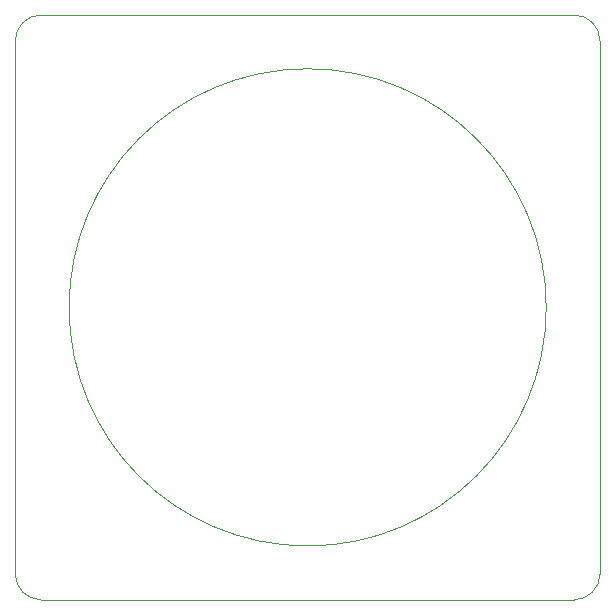
<source format=gbr>
%TF.GenerationSoftware,KiCad,Pcbnew,9.0.5-9.0.5~ubuntu24.04.1*%
%TF.CreationDate,2025-10-31T15:20:58+08:00*%
%TF.ProjectId,TPS,5450532e-6b69-4636-9164-5f7063625858,rev?*%
%TF.SameCoordinates,Original*%
%TF.FileFunction,Profile,NP*%
%FSLAX46Y46*%
G04 Gerber Fmt 4.6, Leading zero omitted, Abs format (unit mm)*
G04 Created by KiCad (PCBNEW 9.0.5-9.0.5~ubuntu24.04.1) date 2025-10-31 15:20:58*
%MOMM*%
%LPD*%
G01*
G04 APERTURE LIST*
%TA.AperFunction,Profile*%
%ADD10C,0.100000*%
%TD*%
G04 APERTURE END LIST*
D10*
X38461000Y-57886000D02*
G75*
G02*
X40661000Y-55686000I2200000J0D01*
G01*
X85775000Y-55686000D02*
X40661000Y-55686000D01*
X40661000Y-105200000D02*
G75*
G02*
X38461000Y-103000000I0J2200000D01*
G01*
X83418000Y-80443000D02*
G75*
G02*
X43018000Y-80443000I-20200000J0D01*
G01*
X43018000Y-80443000D02*
G75*
G02*
X83418000Y-80443000I20200000J0D01*
G01*
X87975000Y-103000000D02*
X87975000Y-57886000D01*
X38461000Y-57886000D02*
X38461000Y-103000000D01*
X87975000Y-103000000D02*
G75*
G02*
X85775000Y-105200000I-2200000J0D01*
G01*
X85775000Y-55686000D02*
G75*
G02*
X87975000Y-57886000I0J-2200000D01*
G01*
X40661000Y-105200000D02*
X85775000Y-105200000D01*
M02*

</source>
